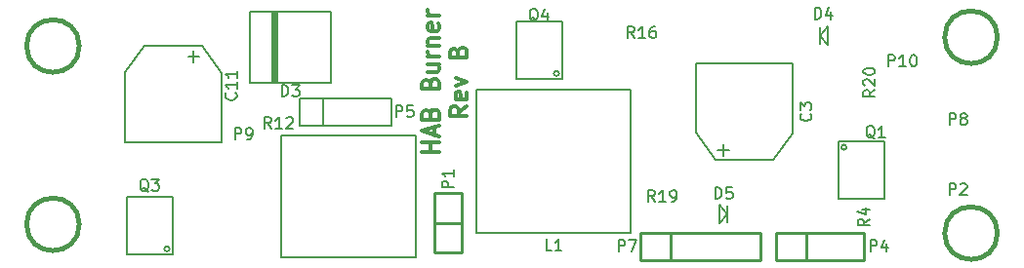
<source format=gto>
G04 #@! TF.FileFunction,Legend,Top*
%FSLAX46Y46*%
G04 Gerber Fmt 4.6, Leading zero omitted, Abs format (unit mm)*
G04 Created by KiCad (PCBNEW (after 2015-mar-04 BZR unknown)-product) date Wed 25 Mar 2015 12:35:45 AM CDT*
%MOMM*%
G01*
G04 APERTURE LIST*
%ADD10C,0.150000*%
%ADD11C,0.300000*%
%ADD12C,0.200000*%
%ADD13C,0.381000*%
%ADD14C,0.254000*%
G04 APERTURE END LIST*
D10*
D11*
X188962571Y-171425428D02*
X187462571Y-171425428D01*
X188176857Y-171425428D02*
X188176857Y-170568285D01*
X188962571Y-170568285D02*
X187462571Y-170568285D01*
X188534000Y-169925428D02*
X188534000Y-169211142D01*
X188962571Y-170068285D02*
X187462571Y-169568285D01*
X188962571Y-169068285D01*
X188176857Y-168068285D02*
X188248286Y-167853999D01*
X188319714Y-167782571D01*
X188462571Y-167711142D01*
X188676857Y-167711142D01*
X188819714Y-167782571D01*
X188891143Y-167853999D01*
X188962571Y-167996857D01*
X188962571Y-168568285D01*
X187462571Y-168568285D01*
X187462571Y-168068285D01*
X187534000Y-167925428D01*
X187605429Y-167853999D01*
X187748286Y-167782571D01*
X187891143Y-167782571D01*
X188034000Y-167853999D01*
X188105429Y-167925428D01*
X188176857Y-168068285D01*
X188176857Y-168568285D01*
X188176857Y-165425428D02*
X188248286Y-165211142D01*
X188319714Y-165139714D01*
X188462571Y-165068285D01*
X188676857Y-165068285D01*
X188819714Y-165139714D01*
X188891143Y-165211142D01*
X188962571Y-165354000D01*
X188962571Y-165925428D01*
X187462571Y-165925428D01*
X187462571Y-165425428D01*
X187534000Y-165282571D01*
X187605429Y-165211142D01*
X187748286Y-165139714D01*
X187891143Y-165139714D01*
X188034000Y-165211142D01*
X188105429Y-165282571D01*
X188176857Y-165425428D01*
X188176857Y-165925428D01*
X187962571Y-163782571D02*
X188962571Y-163782571D01*
X187962571Y-164425428D02*
X188748286Y-164425428D01*
X188891143Y-164354000D01*
X188962571Y-164211142D01*
X188962571Y-163996857D01*
X188891143Y-163854000D01*
X188819714Y-163782571D01*
X188962571Y-163068285D02*
X187962571Y-163068285D01*
X188248286Y-163068285D02*
X188105429Y-162996857D01*
X188034000Y-162925428D01*
X187962571Y-162782571D01*
X187962571Y-162639714D01*
X187962571Y-162139714D02*
X188962571Y-162139714D01*
X188105429Y-162139714D02*
X188034000Y-162068286D01*
X187962571Y-161925428D01*
X187962571Y-161711143D01*
X188034000Y-161568286D01*
X188176857Y-161496857D01*
X188962571Y-161496857D01*
X188891143Y-160211143D02*
X188962571Y-160354000D01*
X188962571Y-160639714D01*
X188891143Y-160782571D01*
X188748286Y-160854000D01*
X188176857Y-160854000D01*
X188034000Y-160782571D01*
X187962571Y-160639714D01*
X187962571Y-160354000D01*
X188034000Y-160211143D01*
X188176857Y-160139714D01*
X188319714Y-160139714D01*
X188462571Y-160854000D01*
X188962571Y-159496857D02*
X187962571Y-159496857D01*
X188248286Y-159496857D02*
X188105429Y-159425429D01*
X188034000Y-159354000D01*
X187962571Y-159211143D01*
X187962571Y-159068286D01*
X191362571Y-167425428D02*
X190648286Y-167925428D01*
X191362571Y-168282571D02*
X189862571Y-168282571D01*
X189862571Y-167711143D01*
X189934000Y-167568285D01*
X190005429Y-167496857D01*
X190148286Y-167425428D01*
X190362571Y-167425428D01*
X190505429Y-167496857D01*
X190576857Y-167568285D01*
X190648286Y-167711143D01*
X190648286Y-168282571D01*
X191291143Y-166211143D02*
X191362571Y-166354000D01*
X191362571Y-166639714D01*
X191291143Y-166782571D01*
X191148286Y-166854000D01*
X190576857Y-166854000D01*
X190434000Y-166782571D01*
X190362571Y-166639714D01*
X190362571Y-166354000D01*
X190434000Y-166211143D01*
X190576857Y-166139714D01*
X190719714Y-166139714D01*
X190862571Y-166854000D01*
X190362571Y-165639714D02*
X191362571Y-165282571D01*
X190362571Y-164925429D01*
X190576857Y-162711143D02*
X190648286Y-162496857D01*
X190719714Y-162425429D01*
X190862571Y-162354000D01*
X191076857Y-162354000D01*
X191219714Y-162425429D01*
X191291143Y-162496857D01*
X191362571Y-162639715D01*
X191362571Y-163211143D01*
X189862571Y-163211143D01*
X189862571Y-162711143D01*
X189934000Y-162568286D01*
X190005429Y-162496857D01*
X190148286Y-162425429D01*
X190291143Y-162425429D01*
X190434000Y-162496857D01*
X190505429Y-162568286D01*
X190576857Y-162711143D01*
X190576857Y-163211143D01*
X174822000Y-159306000D02*
X174822000Y-165306000D01*
D10*
X172522000Y-165406000D02*
X172522000Y-159206000D01*
X172522000Y-159206000D02*
X179522000Y-159206000D01*
X179522000Y-159206000D02*
X179522000Y-165406000D01*
X179522000Y-165406000D02*
X172522000Y-165406000D01*
D11*
X174522000Y-159306000D02*
X174522000Y-165306000D01*
D12*
X175260000Y-169960000D02*
X175260000Y-180560000D01*
X175260000Y-180560000D02*
X186960000Y-180560000D01*
X186960000Y-180560000D02*
X186960000Y-169960000D01*
X186960000Y-169960000D02*
X175260000Y-169960000D01*
D10*
X199335607Y-164560000D02*
G75*
G03X199335607Y-164560000I-223607J0D01*
G01*
X195612000Y-165060000D02*
X195612000Y-160060000D01*
X195612000Y-160060000D02*
X199612000Y-160060000D01*
X199612000Y-160060000D02*
X199612000Y-165060000D01*
X199612000Y-165060000D02*
X195612000Y-165060000D01*
X165553607Y-179800000D02*
G75*
G03X165553607Y-179800000I-223607J0D01*
G01*
X161830000Y-180300000D02*
X161830000Y-175300000D01*
X161830000Y-175300000D02*
X165830000Y-175300000D01*
X165830000Y-175300000D02*
X165830000Y-180300000D01*
X165830000Y-180300000D02*
X161830000Y-180300000D01*
X224275607Y-170974000D02*
G75*
G03X224275607Y-170974000I-223607J0D01*
G01*
X227552000Y-170474000D02*
X227552000Y-175474000D01*
X227552000Y-175474000D02*
X223552000Y-175474000D01*
X223552000Y-175474000D02*
X223552000Y-170474000D01*
X223552000Y-170474000D02*
X227552000Y-170474000D01*
X184848000Y-169094000D02*
X184848000Y-166794000D01*
X178848000Y-166694000D02*
X178848000Y-169094000D01*
X184848000Y-169094000D02*
X176848000Y-169094000D01*
X176848000Y-169094000D02*
X176848000Y-166694000D01*
X176848000Y-166694000D02*
X184848000Y-166694000D01*
X205582000Y-166012000D02*
X205582000Y-178412000D01*
X205582000Y-178412000D02*
X192182000Y-178412000D01*
X192182000Y-178412000D02*
X192182000Y-166012000D01*
X192182000Y-166012000D02*
X205582000Y-166012000D01*
X167662000Y-163570000D02*
X167662000Y-162570000D01*
X167162000Y-163070000D02*
X168162000Y-163070000D01*
X170062000Y-170570000D02*
X170062000Y-164570000D01*
X161662000Y-164470000D02*
X161662000Y-170570000D01*
X163362000Y-162170000D02*
X168362000Y-162170000D01*
X161662000Y-164470000D02*
X163362000Y-162170000D01*
X170062000Y-164570000D02*
X168362000Y-162170000D01*
X170062000Y-170570000D02*
X161662000Y-170570000D01*
X213592000Y-170694000D02*
X213592000Y-171694000D01*
X214092000Y-171194000D02*
X213092000Y-171194000D01*
X211192000Y-163694000D02*
X211192000Y-169694000D01*
X219592000Y-169794000D02*
X219592000Y-163694000D01*
X217892000Y-172094000D02*
X212892000Y-172094000D01*
X219592000Y-169794000D02*
X217892000Y-172094000D01*
X211192000Y-169694000D02*
X212892000Y-172094000D01*
X211192000Y-163694000D02*
X219592000Y-163694000D01*
D13*
X157734000Y-177673000D02*
G75*
G03X157734000Y-177673000I-2286000J0D01*
G01*
X157734000Y-162179000D02*
G75*
G03X157734000Y-162179000I-2286000J0D01*
G01*
X237363000Y-161417000D02*
G75*
G03X237363000Y-161417000I-2286000J0D01*
G01*
X237363000Y-178435000D02*
G75*
G03X237363000Y-178435000I-2286000J0D01*
G01*
D14*
X190938000Y-177546000D02*
X188538000Y-177546000D01*
X188538000Y-180146000D02*
X188538000Y-174946000D01*
X188538000Y-174946000D02*
X190938000Y-174946000D01*
X190938000Y-174946000D02*
X190938000Y-180146000D01*
X190938000Y-180146000D02*
X188538000Y-180146000D01*
X216782000Y-178378000D02*
X206382000Y-178378000D01*
X206382000Y-180778000D02*
X216782000Y-180778000D01*
X206382000Y-178378000D02*
X206382000Y-180778000D01*
X208982000Y-180778000D02*
X208982000Y-178378000D01*
X216782000Y-178378000D02*
X216782000Y-180778000D01*
X220796000Y-178378000D02*
X220796000Y-180778000D01*
X218396000Y-180778000D02*
X225796000Y-180778000D01*
X225796000Y-180778000D02*
X225796000Y-178578000D01*
X225796000Y-178578000D02*
X225796000Y-178378000D01*
X225796000Y-178378000D02*
X218196000Y-178378000D01*
X218196000Y-178378000D02*
X218196000Y-180778000D01*
X218196000Y-180778000D02*
X218396000Y-180778000D01*
D10*
X221950000Y-160690000D02*
X221950000Y-160590000D01*
X221950000Y-161990000D02*
X221950000Y-160690000D01*
X221950000Y-161290000D02*
X222650000Y-162090000D01*
X222650000Y-160490000D02*
X221950000Y-161290000D01*
X222650000Y-160490000D02*
X222650000Y-162090000D01*
X213914000Y-177384000D02*
X213914000Y-177484000D01*
X213914000Y-176084000D02*
X213914000Y-177384000D01*
X213914000Y-176784000D02*
X213214000Y-175984000D01*
X213214000Y-177584000D02*
X213914000Y-176784000D01*
X213214000Y-177584000D02*
X213214000Y-175984000D01*
X226742381Y-165996857D02*
X226266190Y-166330191D01*
X226742381Y-166568286D02*
X225742381Y-166568286D01*
X225742381Y-166187333D01*
X225790000Y-166092095D01*
X225837619Y-166044476D01*
X225932857Y-165996857D01*
X226075714Y-165996857D01*
X226170952Y-166044476D01*
X226218571Y-166092095D01*
X226266190Y-166187333D01*
X226266190Y-166568286D01*
X225837619Y-165615905D02*
X225790000Y-165568286D01*
X225742381Y-165473048D01*
X225742381Y-165234952D01*
X225790000Y-165139714D01*
X225837619Y-165092095D01*
X225932857Y-165044476D01*
X226028095Y-165044476D01*
X226170952Y-165092095D01*
X226742381Y-165663524D01*
X226742381Y-165044476D01*
X225742381Y-164425429D02*
X225742381Y-164330190D01*
X225790000Y-164234952D01*
X225837619Y-164187333D01*
X225932857Y-164139714D01*
X226123333Y-164092095D01*
X226361429Y-164092095D01*
X226551905Y-164139714D01*
X226647143Y-164187333D01*
X226694762Y-164234952D01*
X226742381Y-164330190D01*
X226742381Y-164425429D01*
X226694762Y-164520667D01*
X226647143Y-164568286D01*
X226551905Y-164615905D01*
X226361429Y-164663524D01*
X226123333Y-164663524D01*
X225932857Y-164615905D01*
X225837619Y-164568286D01*
X225790000Y-164520667D01*
X225742381Y-164425429D01*
X207637143Y-175712381D02*
X207303809Y-175236190D01*
X207065714Y-175712381D02*
X207065714Y-174712381D01*
X207446667Y-174712381D01*
X207541905Y-174760000D01*
X207589524Y-174807619D01*
X207637143Y-174902857D01*
X207637143Y-175045714D01*
X207589524Y-175140952D01*
X207541905Y-175188571D01*
X207446667Y-175236190D01*
X207065714Y-175236190D01*
X208589524Y-175712381D02*
X208018095Y-175712381D01*
X208303809Y-175712381D02*
X208303809Y-174712381D01*
X208208571Y-174855238D01*
X208113333Y-174950476D01*
X208018095Y-174998095D01*
X209065714Y-175712381D02*
X209256190Y-175712381D01*
X209351429Y-175664762D01*
X209399048Y-175617143D01*
X209494286Y-175474286D01*
X209541905Y-175283810D01*
X209541905Y-174902857D01*
X209494286Y-174807619D01*
X209446667Y-174760000D01*
X209351429Y-174712381D01*
X209160952Y-174712381D01*
X209065714Y-174760000D01*
X209018095Y-174807619D01*
X208970476Y-174902857D01*
X208970476Y-175140952D01*
X209018095Y-175236190D01*
X209065714Y-175283810D01*
X209160952Y-175331429D01*
X209351429Y-175331429D01*
X209446667Y-175283810D01*
X209494286Y-175236190D01*
X209541905Y-175140952D01*
X227893714Y-163950381D02*
X227893714Y-162950381D01*
X228274667Y-162950381D01*
X228369905Y-162998000D01*
X228417524Y-163045619D01*
X228465143Y-163140857D01*
X228465143Y-163283714D01*
X228417524Y-163378952D01*
X228369905Y-163426571D01*
X228274667Y-163474190D01*
X227893714Y-163474190D01*
X229417524Y-163950381D02*
X228846095Y-163950381D01*
X229131809Y-163950381D02*
X229131809Y-162950381D01*
X229036571Y-163093238D01*
X228941333Y-163188476D01*
X228846095Y-163236095D01*
X230036571Y-162950381D02*
X230131810Y-162950381D01*
X230227048Y-162998000D01*
X230274667Y-163045619D01*
X230322286Y-163140857D01*
X230369905Y-163331333D01*
X230369905Y-163569429D01*
X230322286Y-163759905D01*
X230274667Y-163855143D01*
X230227048Y-163902762D01*
X230131810Y-163950381D01*
X230036571Y-163950381D01*
X229941333Y-163902762D01*
X229893714Y-163855143D01*
X229846095Y-163759905D01*
X229798476Y-163569429D01*
X229798476Y-163331333D01*
X229846095Y-163140857D01*
X229893714Y-163045619D01*
X229941333Y-162998000D01*
X230036571Y-162950381D01*
X171219905Y-170300381D02*
X171219905Y-169300381D01*
X171600858Y-169300381D01*
X171696096Y-169348000D01*
X171743715Y-169395619D01*
X171791334Y-169490857D01*
X171791334Y-169633714D01*
X171743715Y-169728952D01*
X171696096Y-169776571D01*
X171600858Y-169824190D01*
X171219905Y-169824190D01*
X172267524Y-170300381D02*
X172458000Y-170300381D01*
X172553239Y-170252762D01*
X172600858Y-170205143D01*
X172696096Y-170062286D01*
X172743715Y-169871810D01*
X172743715Y-169490857D01*
X172696096Y-169395619D01*
X172648477Y-169348000D01*
X172553239Y-169300381D01*
X172362762Y-169300381D01*
X172267524Y-169348000D01*
X172219905Y-169395619D01*
X172172286Y-169490857D01*
X172172286Y-169728952D01*
X172219905Y-169824190D01*
X172267524Y-169871810D01*
X172362762Y-169919429D01*
X172553239Y-169919429D01*
X172648477Y-169871810D01*
X172696096Y-169824190D01*
X172743715Y-169728952D01*
X233195905Y-175126381D02*
X233195905Y-174126381D01*
X233576858Y-174126381D01*
X233672096Y-174174000D01*
X233719715Y-174221619D01*
X233767334Y-174316857D01*
X233767334Y-174459714D01*
X233719715Y-174554952D01*
X233672096Y-174602571D01*
X233576858Y-174650190D01*
X233195905Y-174650190D01*
X234148286Y-174221619D02*
X234195905Y-174174000D01*
X234291143Y-174126381D01*
X234529239Y-174126381D01*
X234624477Y-174174000D01*
X234672096Y-174221619D01*
X234719715Y-174316857D01*
X234719715Y-174412095D01*
X234672096Y-174554952D01*
X234100667Y-175126381D01*
X234719715Y-175126381D01*
X233195905Y-169030381D02*
X233195905Y-168030381D01*
X233576858Y-168030381D01*
X233672096Y-168078000D01*
X233719715Y-168125619D01*
X233767334Y-168220857D01*
X233767334Y-168363714D01*
X233719715Y-168458952D01*
X233672096Y-168506571D01*
X233576858Y-168554190D01*
X233195905Y-168554190D01*
X234338762Y-168458952D02*
X234243524Y-168411333D01*
X234195905Y-168363714D01*
X234148286Y-168268476D01*
X234148286Y-168220857D01*
X234195905Y-168125619D01*
X234243524Y-168078000D01*
X234338762Y-168030381D01*
X234529239Y-168030381D01*
X234624477Y-168078000D01*
X234672096Y-168125619D01*
X234719715Y-168220857D01*
X234719715Y-168268476D01*
X234672096Y-168363714D01*
X234624477Y-168411333D01*
X234529239Y-168458952D01*
X234338762Y-168458952D01*
X234243524Y-168506571D01*
X234195905Y-168554190D01*
X234148286Y-168649429D01*
X234148286Y-168839905D01*
X234195905Y-168935143D01*
X234243524Y-168982762D01*
X234338762Y-169030381D01*
X234529239Y-169030381D01*
X234624477Y-168982762D01*
X234672096Y-168935143D01*
X234719715Y-168839905D01*
X234719715Y-168649429D01*
X234672096Y-168554190D01*
X234624477Y-168506571D01*
X234529239Y-168458952D01*
X175283905Y-166568381D02*
X175283905Y-165568381D01*
X175522000Y-165568381D01*
X175664858Y-165616000D01*
X175760096Y-165711238D01*
X175807715Y-165806476D01*
X175855334Y-165996952D01*
X175855334Y-166139810D01*
X175807715Y-166330286D01*
X175760096Y-166425524D01*
X175664858Y-166520762D01*
X175522000Y-166568381D01*
X175283905Y-166568381D01*
X176188667Y-165568381D02*
X176807715Y-165568381D01*
X176474381Y-165949333D01*
X176617239Y-165949333D01*
X176712477Y-165996952D01*
X176760096Y-166044571D01*
X176807715Y-166139810D01*
X176807715Y-166377905D01*
X176760096Y-166473143D01*
X176712477Y-166520762D01*
X176617239Y-166568381D01*
X176331524Y-166568381D01*
X176236286Y-166520762D01*
X176188667Y-166473143D01*
X174363143Y-169362381D02*
X174029809Y-168886190D01*
X173791714Y-169362381D02*
X173791714Y-168362381D01*
X174172667Y-168362381D01*
X174267905Y-168410000D01*
X174315524Y-168457619D01*
X174363143Y-168552857D01*
X174363143Y-168695714D01*
X174315524Y-168790952D01*
X174267905Y-168838571D01*
X174172667Y-168886190D01*
X173791714Y-168886190D01*
X175315524Y-169362381D02*
X174744095Y-169362381D01*
X175029809Y-169362381D02*
X175029809Y-168362381D01*
X174934571Y-168505238D01*
X174839333Y-168600476D01*
X174744095Y-168648095D01*
X175696476Y-168457619D02*
X175744095Y-168410000D01*
X175839333Y-168362381D01*
X176077429Y-168362381D01*
X176172667Y-168410000D01*
X176220286Y-168457619D01*
X176267905Y-168552857D01*
X176267905Y-168648095D01*
X176220286Y-168790952D01*
X175648857Y-169362381D01*
X176267905Y-169362381D01*
X226258381Y-177204666D02*
X225782190Y-177538000D01*
X226258381Y-177776095D02*
X225258381Y-177776095D01*
X225258381Y-177395142D01*
X225306000Y-177299904D01*
X225353619Y-177252285D01*
X225448857Y-177204666D01*
X225591714Y-177204666D01*
X225686952Y-177252285D01*
X225734571Y-177299904D01*
X225782190Y-177395142D01*
X225782190Y-177776095D01*
X225591714Y-176347523D02*
X226258381Y-176347523D01*
X225210762Y-176585619D02*
X225925048Y-176823714D01*
X225925048Y-176204666D01*
X197516762Y-160059619D02*
X197421524Y-160012000D01*
X197326286Y-159916762D01*
X197183429Y-159773905D01*
X197088190Y-159726286D01*
X196992952Y-159726286D01*
X197040571Y-159964381D02*
X196945333Y-159916762D01*
X196850095Y-159821524D01*
X196802476Y-159631048D01*
X196802476Y-159297714D01*
X196850095Y-159107238D01*
X196945333Y-159012000D01*
X197040571Y-158964381D01*
X197231048Y-158964381D01*
X197326286Y-159012000D01*
X197421524Y-159107238D01*
X197469143Y-159297714D01*
X197469143Y-159631048D01*
X197421524Y-159821524D01*
X197326286Y-159916762D01*
X197231048Y-159964381D01*
X197040571Y-159964381D01*
X198326286Y-159297714D02*
X198326286Y-159964381D01*
X198088190Y-158916762D02*
X197850095Y-159631048D01*
X198469143Y-159631048D01*
X163734762Y-174847619D02*
X163639524Y-174800000D01*
X163544286Y-174704762D01*
X163401429Y-174561905D01*
X163306190Y-174514286D01*
X163210952Y-174514286D01*
X163258571Y-174752381D02*
X163163333Y-174704762D01*
X163068095Y-174609524D01*
X163020476Y-174419048D01*
X163020476Y-174085714D01*
X163068095Y-173895238D01*
X163163333Y-173800000D01*
X163258571Y-173752381D01*
X163449048Y-173752381D01*
X163544286Y-173800000D01*
X163639524Y-173895238D01*
X163687143Y-174085714D01*
X163687143Y-174419048D01*
X163639524Y-174609524D01*
X163544286Y-174704762D01*
X163449048Y-174752381D01*
X163258571Y-174752381D01*
X164020476Y-173752381D02*
X164639524Y-173752381D01*
X164306190Y-174133333D01*
X164449048Y-174133333D01*
X164544286Y-174180952D01*
X164591905Y-174228571D01*
X164639524Y-174323810D01*
X164639524Y-174561905D01*
X164591905Y-174657143D01*
X164544286Y-174704762D01*
X164449048Y-174752381D01*
X164163333Y-174752381D01*
X164068095Y-174704762D01*
X164020476Y-174657143D01*
X226726762Y-170219619D02*
X226631524Y-170172000D01*
X226536286Y-170076762D01*
X226393429Y-169933905D01*
X226298190Y-169886286D01*
X226202952Y-169886286D01*
X226250571Y-170124381D02*
X226155333Y-170076762D01*
X226060095Y-169981524D01*
X226012476Y-169791048D01*
X226012476Y-169457714D01*
X226060095Y-169267238D01*
X226155333Y-169172000D01*
X226250571Y-169124381D01*
X226441048Y-169124381D01*
X226536286Y-169172000D01*
X226631524Y-169267238D01*
X226679143Y-169457714D01*
X226679143Y-169791048D01*
X226631524Y-169981524D01*
X226536286Y-170076762D01*
X226441048Y-170124381D01*
X226250571Y-170124381D01*
X227631524Y-170124381D02*
X227060095Y-170124381D01*
X227345809Y-170124381D02*
X227345809Y-169124381D01*
X227250571Y-169267238D01*
X227155333Y-169362476D01*
X227060095Y-169410095D01*
X185189905Y-168346381D02*
X185189905Y-167346381D01*
X185570858Y-167346381D01*
X185666096Y-167394000D01*
X185713715Y-167441619D01*
X185761334Y-167536857D01*
X185761334Y-167679714D01*
X185713715Y-167774952D01*
X185666096Y-167822571D01*
X185570858Y-167870190D01*
X185189905Y-167870190D01*
X186666096Y-167346381D02*
X186189905Y-167346381D01*
X186142286Y-167822571D01*
X186189905Y-167774952D01*
X186285143Y-167727333D01*
X186523239Y-167727333D01*
X186618477Y-167774952D01*
X186666096Y-167822571D01*
X186713715Y-167917810D01*
X186713715Y-168155905D01*
X186666096Y-168251143D01*
X186618477Y-168298762D01*
X186523239Y-168346381D01*
X186285143Y-168346381D01*
X186189905Y-168298762D01*
X186142286Y-168251143D01*
X198715334Y-179964381D02*
X198239143Y-179964381D01*
X198239143Y-178964381D01*
X199572477Y-179964381D02*
X199001048Y-179964381D01*
X199286762Y-179964381D02*
X199286762Y-178964381D01*
X199191524Y-179107238D01*
X199096286Y-179202476D01*
X199001048Y-179250095D01*
X171299143Y-166250857D02*
X171346762Y-166298476D01*
X171394381Y-166441333D01*
X171394381Y-166536571D01*
X171346762Y-166679429D01*
X171251524Y-166774667D01*
X171156286Y-166822286D01*
X170965810Y-166869905D01*
X170822952Y-166869905D01*
X170632476Y-166822286D01*
X170537238Y-166774667D01*
X170442000Y-166679429D01*
X170394381Y-166536571D01*
X170394381Y-166441333D01*
X170442000Y-166298476D01*
X170489619Y-166250857D01*
X171394381Y-165298476D02*
X171394381Y-165869905D01*
X171394381Y-165584191D02*
X170394381Y-165584191D01*
X170537238Y-165679429D01*
X170632476Y-165774667D01*
X170680095Y-165869905D01*
X171394381Y-164346095D02*
X171394381Y-164917524D01*
X171394381Y-164631810D02*
X170394381Y-164631810D01*
X170537238Y-164727048D01*
X170632476Y-164822286D01*
X170680095Y-164917524D01*
X221149143Y-168060666D02*
X221196762Y-168108285D01*
X221244381Y-168251142D01*
X221244381Y-168346380D01*
X221196762Y-168489238D01*
X221101524Y-168584476D01*
X221006286Y-168632095D01*
X220815810Y-168679714D01*
X220672952Y-168679714D01*
X220482476Y-168632095D01*
X220387238Y-168584476D01*
X220292000Y-168489238D01*
X220244381Y-168346380D01*
X220244381Y-168251142D01*
X220292000Y-168108285D01*
X220339619Y-168060666D01*
X220244381Y-167727333D02*
X220244381Y-167108285D01*
X220625333Y-167441619D01*
X220625333Y-167298761D01*
X220672952Y-167203523D01*
X220720571Y-167155904D01*
X220815810Y-167108285D01*
X221053905Y-167108285D01*
X221149143Y-167155904D01*
X221196762Y-167203523D01*
X221244381Y-167298761D01*
X221244381Y-167584476D01*
X221196762Y-167679714D01*
X221149143Y-167727333D01*
X190190381Y-174474095D02*
X189190381Y-174474095D01*
X189190381Y-174093142D01*
X189238000Y-173997904D01*
X189285619Y-173950285D01*
X189380857Y-173902666D01*
X189523714Y-173902666D01*
X189618952Y-173950285D01*
X189666571Y-173997904D01*
X189714190Y-174093142D01*
X189714190Y-174474095D01*
X190190381Y-172950285D02*
X190190381Y-173521714D01*
X190190381Y-173236000D02*
X189190381Y-173236000D01*
X189333238Y-173331238D01*
X189428476Y-173426476D01*
X189476095Y-173521714D01*
X204493905Y-180030381D02*
X204493905Y-179030381D01*
X204874858Y-179030381D01*
X204970096Y-179078000D01*
X205017715Y-179125619D01*
X205065334Y-179220857D01*
X205065334Y-179363714D01*
X205017715Y-179458952D01*
X204970096Y-179506571D01*
X204874858Y-179554190D01*
X204493905Y-179554190D01*
X205398667Y-179030381D02*
X206065334Y-179030381D01*
X205636762Y-180030381D01*
X226337905Y-180030381D02*
X226337905Y-179030381D01*
X226718858Y-179030381D01*
X226814096Y-179078000D01*
X226861715Y-179125619D01*
X226909334Y-179220857D01*
X226909334Y-179363714D01*
X226861715Y-179458952D01*
X226814096Y-179506571D01*
X226718858Y-179554190D01*
X226337905Y-179554190D01*
X227766477Y-179363714D02*
X227766477Y-180030381D01*
X227528381Y-178982762D02*
X227290286Y-179697048D01*
X227909334Y-179697048D01*
X221511905Y-159842381D02*
X221511905Y-158842381D01*
X221750000Y-158842381D01*
X221892858Y-158890000D01*
X221988096Y-158985238D01*
X222035715Y-159080476D01*
X222083334Y-159270952D01*
X222083334Y-159413810D01*
X222035715Y-159604286D01*
X221988096Y-159699524D01*
X221892858Y-159794762D01*
X221750000Y-159842381D01*
X221511905Y-159842381D01*
X222940477Y-159175714D02*
X222940477Y-159842381D01*
X222702381Y-158794762D02*
X222464286Y-159509048D01*
X223083334Y-159509048D01*
X212875905Y-175458381D02*
X212875905Y-174458381D01*
X213114000Y-174458381D01*
X213256858Y-174506000D01*
X213352096Y-174601238D01*
X213399715Y-174696476D01*
X213447334Y-174886952D01*
X213447334Y-175029810D01*
X213399715Y-175220286D01*
X213352096Y-175315524D01*
X213256858Y-175410762D01*
X213114000Y-175458381D01*
X212875905Y-175458381D01*
X214352096Y-174458381D02*
X213875905Y-174458381D01*
X213828286Y-174934571D01*
X213875905Y-174886952D01*
X213971143Y-174839333D01*
X214209239Y-174839333D01*
X214304477Y-174886952D01*
X214352096Y-174934571D01*
X214399715Y-175029810D01*
X214399715Y-175267905D01*
X214352096Y-175363143D01*
X214304477Y-175410762D01*
X214209239Y-175458381D01*
X213971143Y-175458381D01*
X213875905Y-175410762D01*
X213828286Y-175363143D01*
X205859143Y-161488381D02*
X205525809Y-161012190D01*
X205287714Y-161488381D02*
X205287714Y-160488381D01*
X205668667Y-160488381D01*
X205763905Y-160536000D01*
X205811524Y-160583619D01*
X205859143Y-160678857D01*
X205859143Y-160821714D01*
X205811524Y-160916952D01*
X205763905Y-160964571D01*
X205668667Y-161012190D01*
X205287714Y-161012190D01*
X206811524Y-161488381D02*
X206240095Y-161488381D01*
X206525809Y-161488381D02*
X206525809Y-160488381D01*
X206430571Y-160631238D01*
X206335333Y-160726476D01*
X206240095Y-160774095D01*
X207668667Y-160488381D02*
X207478190Y-160488381D01*
X207382952Y-160536000D01*
X207335333Y-160583619D01*
X207240095Y-160726476D01*
X207192476Y-160916952D01*
X207192476Y-161297905D01*
X207240095Y-161393143D01*
X207287714Y-161440762D01*
X207382952Y-161488381D01*
X207573429Y-161488381D01*
X207668667Y-161440762D01*
X207716286Y-161393143D01*
X207763905Y-161297905D01*
X207763905Y-161059810D01*
X207716286Y-160964571D01*
X207668667Y-160916952D01*
X207573429Y-160869333D01*
X207382952Y-160869333D01*
X207287714Y-160916952D01*
X207240095Y-160964571D01*
X207192476Y-161059810D01*
M02*

</source>
